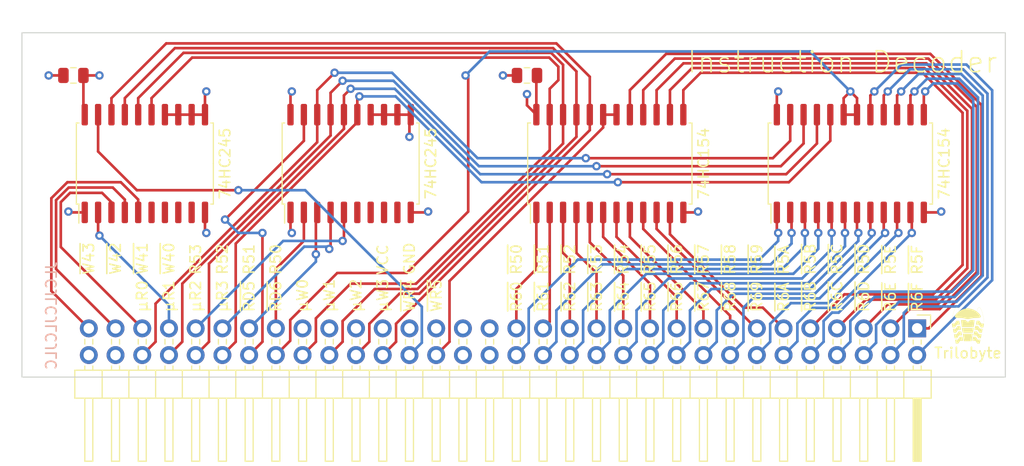
<source format=kicad_pcb>
(kicad_pcb (version 20211014) (generator pcbnew)
  (layers (0 "F.Cu" signal) (1 "In1.Cu" signal) (2 "In2.Cu" signal) (31 "B.Cu" signal) (34 "B.Paste" user) (35 "F.Paste" user) (36 "B.SilkS" user "B.Silkscreen") (37 "F.SilkS" user "F.Silkscreen") (38 "B.Mask" user) (39 "F.Mask" user) (44 "Edge.Cuts" user))
  (net 0 "")
  (net 1 "μRD0")
  (net 2 "μRD1")
  (net 3 "μRD2")
  (net 4 "μRD3")
  (net 5 "μWR0")
  (net 6 "μWR1")
  (net 7 "μWR2")
  (net 8 "μWR3")
  (net 9 "GND")
  (net 10 "VCC")
  (net 21 "~{WR5_00}")
  (net 22 "~{WR5_01}")
  (net 23 "~{WR5_02}")
  (net 24 "~{WR5_03}")
  (net 25 "~{WR5_04}")
  (net 26 "~{WR5_05}")
  (net 27 "~{RD5}")
  (net 28 "~{WR5_06}")
  (net 29 "~{RD6}")
  (net 30 "~{WR5_07}")
  (net 31 "~{WR5_08}")
  (net 32 "~{WR5_09}")
  (net 33 "~{WR5_10}")
  (net 34 "~{WR5_11}")
  (net 35 "~{WR4}")
  (net 36 "~{WR5_12}")
  (net 37 "~{WR5_13}")
  (net 38 "~{WR5_14}")
  (net 39 "~{WR5_15}")
  (net 40 "~{RD6_00}")
  (net 41 "~{RD6_01}")
  (net 42 "~{RD6_02}")
  (net 43 "~{RD6_03}")
  (net 44 "~{RD6_04}")
  (net 45 "~{RD6_05}")
  (net 47 "~{RD6_06}")
  (net 49 "~{RD6_07}")
  (net 50 "~{RD5_00}")
  (net 51 "~{RD6_08}")
  (net 52 "~{RD5_01}")
  (net 53 "~{RD6_09}")
  (net 54 "~{RD5_02}")
  (net 55 "~{RD6_10}")
  (net 56 "~{RD5_03}")
  (net 57 "~{RD6_11}")
  (net 58 "~{WR4_00}")
  (net 59 "~{RD6_12}")
  (net 60 "~{WR4_01}")
  (net 61 "~{RD6_13}")
  (net 62 "~{WR4_02}")
  (net 63 "~{RD6_14}")
  (net 64 "~{WR4_03}")
  (net 65 "~{RD6_15}")
  (net 72 "~{WR5}")
  (footprint "Package_SO:SOIC-24W_7.5x15.4mm_P1.27mm" (layer "F.Cu") (at 295.402 214.122 90)
    (fp_text reference "U2" hide)
    (fp_text value "74HC154")
  )
  (footprint "Package_SO:SOIC-20W_7.5x12.8mm_P1.27mm" (layer "F.Cu") (at 270.764 214.122 90)
    (fp_text reference "U11" hide)
    (fp_text value "74HC245")
  )
  (footprint "Connector_PinHeader_2.54mm:PinHeader_2x32_P2.54mm_Horizontal" (layer "F.Cu") (at 324.617 229.808 -90)
    (fp_text reference "J1" hide)
    (fp_text value "Conn_02x32_Odd_Even" hide)
  )
  (footprint "Package_SO:SOIC-20W_7.5x12.8mm_P1.27mm" (layer "F.Cu") (at 251.206 214.122 90)
    (fp_text reference "U12" hide)
    (fp_text value "74HC245")
  )
  (footprint "Package_SO:SOIC-24W_7.5x15.4mm_P1.27mm" (layer "F.Cu") (at 318.262 214.122 90)
    (fp_text reference "U7" hide)
    (fp_text value "74HC154")
  )
  (footprint "Capacitor_SMD:C_0805_2012Metric" (layer "F.Cu") (at 287.528 205.74 180)
    (fp_text reference "C2" hide)
    (fp_text value "C" hide)
  )
  (footprint "Stephenv6:trilobyte-logo-tiny" (layer "F.Cu") (at 329.428 223.650558)
    (fp_text reference "REF**" hide)
    (fp_text value "trilobyte-logo-tiny" hide)
  )
  (footprint "Capacitor_SMD:C_0805_2012Metric" (layer "F.Cu") (at 244.414 205.74 180)
    (fp_text reference "C1" hide)
    (fp_text value "C" hide)
  )
  (gr_rect (start 332.994 234.442) (end 239.522 201.676) (layer "Edge.Cuts") (width 0.1) (fill none))
  (gr_text "JLCJLCJLCJLC" (at 242.316 228.6 90) (layer "B.SilkS") (effects (font (size 1 1)) (justify mirror)))
  (gr_text "~{RD5}" (at 261.112 228.346 90) (layer "F.SilkS") (effects (font (size 1 1)) (justify left)))
  (gr_text "~{R6D}" (at 319.532 228.346 90) (layer "F.SilkS") (effects (font (size 1 1)) (justify left)))
  (gr_text "~{R5C}" (at 316.992 224.79 90) (layer "F.SilkS") (effects (font (size 1 1)) (justify left)))
  (gr_text "μW1" (at 268.732 228.346 90) (layer "F.SilkS") (effects (font (size 1 1)) (justify left)))
  (gr_text "~{R67}" (at 304.292 228.346 90) (layer "F.SilkS") (effects (font (size 1 1)) (justify left)))
  (gr_text "~{R64}" (at 296.672 228.346 90) (layer "F.SilkS") (effects (font (size 1 1)) (justify left)))
  (gr_text "~{R60}" (at 286.512 228.346 90) (layer "F.SilkS") (effects (font (size 1 1)) (justify left)))
  (gr_text "~{R6F}" (at 324.612 228.346 90) (layer "F.SilkS") (effects (font (size 1 1)) (justify left)))
  (gr_text "~{R50}" (at 286.512 224.79 90) (layer "F.SilkS") (effects (font (size 1 1)) (justify left)))
  (gr_text "μR0" (at 250.952 228.346 90) (layer "F.SilkS") (effects (font (size 1 1)) (justify left)))
  (gr_text "μR3" (at 258.572 228.346 90) (layer "F.SilkS") (effects (font (size 1 1)) (justify left)))
  (gr_text "μW3" (at 273.812 228.346 90) (layer "F.SilkS") (effects (font (size 1 1)) (justify left)))
  (gr_text "~{R63}" (at 294.132 228.346 90) (layer "F.SilkS") (effects (font (size 1 1)) (justify left)))
  (gr_text "~{R5D}" (at 319.532 224.79 90) (layer "F.SilkS") (effects (font (size 1 1)) (justify left)))
  (gr_text "~{R5F}" (at 324.612 224.79 90) (layer "F.SilkS") (effects (font (size 1 1)) (justify left)))
  (gr_text "~{R51}" (at 289.052 224.79 90) (layer "F.SilkS") (effects (font (size 1 1)) (justify left)))
  (gr_text "~{R68}" (at 306.832 228.346 90) (layer "F.SilkS") (effects (font (size 1 1)) (justify left)))
  (gr_text "~{WR4}" (at 276.352 228.346 90) (layer "F.SilkS") (effects (font (size 1 1)) (justify left)))
  (gr_text "~{R57}" (at 304.292 224.79 90) (layer "F.SilkS") (effects (font (size 1 1)) (justify left)))
  (gr_text "Trilobyte" (at 329.438 232.156) (layer "F.SilkS") (effects (font (size 1 1))))
  (gr_text "~{R62}" (at 291.592 228.346 90) (layer "F.SilkS") (effects (font (size 1 1)) (justify left)))
  (gr_text "~{R5B}" (at 314.452 224.79 90) (layer "F.SilkS") (effects (font (size 1 1)) (justify left)))
  (gr_text "~{R5A}" (at 311.912 224.79 90) (layer "F.SilkS") (effects (font (size 1 1)) (justify left)))
  (gr_text "R51" (at 261.112 224.79 90) (layer "F.SilkS") (effects (font (size 1 1)) (justify left)))
  (gr_text "VCC" (at 273.812 224.79 90) (layer "F.SilkS") (effects (font (size 1 1)) (justify left)))
  (gr_text "~{R6B}" (at 314.452 228.346 90) (layer "F.SilkS") (effects (font (size 1 1)) (justify left)))
  (gr_text "~{R59}" (at 309.372 224.79 90) (layer "F.SilkS") (effects (font (size 1 1)) (justify left)))
  (gr_text "~{R56}" (at 301.752 224.79 90) (layer "F.SilkS") (effects (font (size 1 1)) (justify left)))
  (gr_text "~{R6A}" (at 311.912 228.346 90) (layer "F.SilkS") (effects (font (size 1 1)) (justify left)))
  (gr_text "~{R55}" (at 299.212 224.79 90) (layer "F.SilkS") (effects (font (size 1 1)) (justify left)))
  (gr_text "~{R61}" (at 289.052 228.346 90) (layer "F.SilkS") (effects (font (size 1 1)) (justify left)))
  (gr_text "R52" (at 258.572 224.79 90) (layer "F.SilkS") (effects (font (size 1 1)) (justify left)))
  (gr_text "μW0" (at 266.192 228.346 90) (layer "F.SilkS") (effects (font (size 1 1)) (justify left)))
  (gr_text "~{W43}" (at 245.872 224.79 90) (layer "F.SilkS") (effects (font (size 1 1)) (justify left)))
  (gr_text "~{R58}" (at 306.832 224.79 90) (layer "F.SilkS") (effects (font (size 1 1)) (justify left)))
  (gr_text "~{R5E}" (at 322.072 224.79 90) (layer "F.SilkS") (effects (font (size 1 1)) (justify left)))
  (gr_text "~{WR5}" (at 278.892 228.346 90) (layer "F.SilkS") (effects (font (size 1 1)) (justify left)))
  (gr_text "R53" (at 256.032 224.79 90) (layer "F.SilkS") (effects (font (size 1 1)) (justify left)))
  (gr_text "μW2" (at 271.272 228.346 90) (layer "F.SilkS") (effects (font (size 1 1)) (justify left)))
  (gr_text "~{R6E}" (at 322.072 228.346 90) (layer "F.SilkS") (effects (font (size 1 1)) (justify left)))
  (gr_text "~{W41}" (at 250.952 224.79 90) (layer "F.SilkS") (effects (font (size 1 1)) (justify left)))
  (gr_text "~{R65}" (at 299.212 228.346 90) (layer "F.SilkS") (effects (font (size 1 1)) (justify left)))
  (gr_text "~{R52}" (at 291.592 224.79 90) (layer "F.SilkS") (effects (font (size 1 1)) (justify left)))
  (gr_text "~{W40}" (at 253.492 224.79 90) (layer "F.SilkS") (effects (font (size 1 1)) (justify left)))
  (gr_text "GND" (at 276.352 224.79 90) (layer "F.SilkS") (effects (font (size 1 1)) (justify left)))
  (gr_text "~{R6C}" (at 316.992 228.346 90) (layer "F.SilkS") (effects (font (size 1 1)) (justify left)))
  (gr_text "~{R54}" (at 296.672 224.79 90) (layer "F.SilkS") (effects (font (size 1 1)) (justify left)))
  (gr_text "~{R53}" (at 294.132 224.79 90) (layer "F.SilkS") (effects (font (size 1 1)) (justify left)))
  (gr_text "μR1" (at 253.492 228.346 90) (layer "F.SilkS") (effects (font (size 1 1)) (justify left)))
  (gr_text "~{W42}" (at 248.412 224.79 90) (layer "F.SilkS") (effects (font (size 1 1)) (justify left)))
  (gr_text "Instruction Decoder" (at 317.5 204.47) (layer "F.SilkS") (effects (font (size 2 2))))
  (gr_text "μR2" (at 256.032 228.346 90) (layer "F.SilkS") (effects (font (size 1 1)) (justify left)))
  (gr_text "~{RD6}" (at 263.652 228.346 90) (layer "F.SilkS") (effects (font (size 1 1)) (justify left)))
  (gr_text "R50" (at 263.652 224.79 90) (layer "F.SilkS") (effects (font (size 1 1)) (justify left)))
  (gr_text "~{R69}" (at 309.372 228.346 90) (layer "F.SilkS") (effects (font (size 1 1)) (justify left)))
  (gr_text "~{R66}" (at 301.752 228.346 90) (layer "F.SilkS") (effects (font (size 1 1)) (justify left)))
  (segment (start 293.116 213.614) (end 310.896 213.614) (width 0.25) (layer "F.Cu") (net 1))
  (segment (start 267.589 209.472) (end 267.589 207.137) (width 0.25) (layer "F.Cu") (net 1))
  (segment (start 310.896 213.614) (end 312.547 211.963) (width 0.25) (layer "F.Cu") (net 1))
  (segment (start 252.222 231.083) (end 250.957 232.348) (width 0.25) (layer "F.Cu") (net 1))
  (segment (start 312.547 211.963) (end 312.547 209.472) (width 0.25) (layer "F.Cu") (net 1))
  (segment (start 267.589 212.090704) (end 252.222 227.457704) (width 0.25) (layer "F.Cu") (net 1))
  (segment (start 267.589 207.137) (end 269.24 205.486) (width 0.25) (layer "F.Cu") (net 1))
  (segment (start 252.222 227.457704) (end 252.222 231.083) (width 0.25) (layer "F.Cu") (net 1))
  (segment (start 267.589 209.472) (end 267.589 212.090704) (width 0.25) (layer "F.Cu") (net 1))
  (via (at 293.116 213.614) (size 0.8) (drill 0.4) (layers "F.Cu" "B.Cu") (net 1))
  (via (at 269.24 205.486) (size 0.8) (drill 0.4) (layers "F.Cu" "B.Cu") (net 1))
  (segment (start 282.831112 213.614) (end 274.703112 205.486) (width 0.25) (layer "B.Cu") (net 1))
  (segment (start 274.703112 205.486) (end 269.24 205.486) (width 0.25) (layer "B.Cu") (net 1))
  (segment (start 293.116 213.614) (end 282.831112 213.614) (width 0.25) (layer "B.Cu") (net 1))
  (segment (start 268.859 211.456408) (end 268.859 209.472) (width 0.25) (layer "F.Cu") (net 2))
  (segment (start 268.859 207.391) (end 270.002 206.248) (width 0.25) (layer "F.Cu") (net 2))
  (segment (start 311.658 214.376) (end 294.132 214.376) (width 0.25) (layer "F.Cu") (net 2))
  (segment (start 268.859 209.472) (end 268.859 207.391) (width 0.25) (layer "F.Cu") (net 2))
  (segment (start 254.762 231.083) (end 254.762 225.553408) (width 0.25) (layer "F.Cu") (net 2))
  (segment (start 254.762 225.553408) (end 268.859 211.456408) (width 0.25) (layer "F.Cu") (net 2))
  (segment (start 253.497 232.348) (end 254.762 231.083) (width 0.25) (layer "F.Cu") (net 2))
  (segment (start 313.817 209.472) (end 313.817 212.217) (width 0.25) (layer "F.Cu") (net 2))
  (segment (start 313.817 212.217) (end 311.658 214.376) (width 0.25) (layer "F.Cu") (net 2))
  (via (at 270.002 206.248) (size 0.8) (drill 0.4) (layers "F.Cu" "B.Cu") (net 2))
  (via (at 294.132 214.376) (size 0.8) (drill 0.4) (layers "F.Cu" "B.Cu") (net 2))
  (segment (start 274.829408 206.248) (end 282.957408 214.376) (width 0.25) (layer "B.Cu") (net 2))
  (segment (start 270.002 206.248) (end 274.829408 206.248) (width 0.25) (layer "B.Cu") (net 2))
  (segment (start 282.957408 214.376) (end 294.132 214.376) (width 0.25) (layer "B.Cu") (net 2))
  (segment (start 312.166 215.138) (end 295.148 215.138) (width 0.25) (layer "F.Cu") (net 3))
  (segment (start 315.087 212.217) (end 312.166 215.138) (width 0.25) (layer "F.Cu") (net 3))
  (segment (start 257.302 223.649112) (end 257.302 231.083) (width 0.25) (layer "F.Cu") (net 3))
  (segment (start 257.302 231.083) (end 256.037 232.348) (width 0.25) (layer "F.Cu") (net 3))
  (segment (start 315.087 209.472) (end 315.087 212.217) (width 0.25) (layer "F.Cu") (net 3))
  (segment (start 270.129 209.472) (end 270.129 210.822112) (width 0.25) (layer "F.Cu") (net 3))
  (segment (start 270.129 210.822112) (end 257.302 223.649112) (width 0.25) (layer "F.Cu") (net 3))
  (segment (start 270.129 209.472) (end 270.129 207.645) (width 0.25) (layer "F.Cu") (net 3))
  (segment (start 270.129 207.645) (end 270.764 207.01) (width 0.25) (layer "F.Cu") (net 3))
  (via (at 295.148 215.138) (size 0.8) (drill 0.4) (layers "F.Cu" "B.Cu") (net 3))
  (via (at 270.764 207.01) (size 0.8) (drill 0.4) (layers "F.Cu" "B.Cu") (net 3))
  (segment (start 274.955704 207.01) (end 283.083704 215.138) (width 0.25) (layer "B.Cu") (net 3))
  (segment (start 283.083704 215.138) (end 295.148 215.138) (width 0.25) (layer "B.Cu") (net 3))
  (segment (start 270.764 207.01) (end 274.955704 207.01) (width 0.25) (layer "B.Cu") (net 3))
  (segment (start 316.357 211.963) (end 312.42 215.9) (width 0.25) (layer "F.Cu") (net 4))
  (segment (start 316.357 209.472) (end 316.357 211.963) (width 0.25) (layer "F.Cu") (net 4))
  (segment (start 271.399 209.472) (end 271.399 207.931136) (width 0.25) (layer "F.Cu") (net 4))
  (segment (start 271.399 210.187816) (end 271.399 209.472) (width 0.25) (layer "F.Cu") (net 4))
  (segment (start 312.42 215.9) (end 296.164 215.9) (width 0.25) (layer "F.Cu") (net 4))
  (segment (start 259.842 231.083) (end 259.842 221.744816) (width 0.25) (layer "F.Cu") (net 4))
  (segment (start 258.577 232.348) (end 259.842 231.083) (width 0.25) (layer "F.Cu") (net 4))
  (segment (start 259.842 221.744816) (end 271.399 210.187816) (width 0.25) (layer "F.Cu") (net 4))
  (segment (start 271.399 207.931136) (end 271.595636 207.7345) (width 0.25) (layer "F.Cu") (net 4))
  (via (at 296.164 215.9) (size 0.8) (drill 0.4) (layers "F.Cu" "B.Cu") (net 4))
  (via (at 271.595636 207.7345) (size 0.8) (drill 0.4) (layers "F.Cu" "B.Cu") (net 4))
  (segment (start 271.595636 207.7345) (end 275.0445 207.7345) (width 0.25) (layer "B.Cu") (net 4))
  (segment (start 275.0445 207.7345) (end 283.21 215.9) (width 0.25) (layer "B.Cu") (net 4))
  (segment (start 283.21 215.9) (end 296.164 215.9) (width 0.25) (layer "B.Cu") (net 4))
  (segment (start 270.764 225.552) (end 267.462 228.854) (width 0.25) (layer "F.Cu") (net 5))
  (segment (start 276.986296 225.552) (end 270.764 225.552) (width 0.25) (layer "F.Cu") (net 5))
  (segment (start 251.841 207.899) (end 255.699467 204.040533) (width 0.25) (layer "F.Cu") (net 5))
  (segment (start 289.637125 204.040533) (end 290.507489 204.910897) (width 0.25) (layer "F.Cu") (net 5))
  (segment (start 289.687 212.851296) (end 276.986296 225.552) (width 0.25) (layer "F.Cu") (net 5))
  (segment (start 290.507489 206.188807) (end 289.687 207.009296) (width 0.25) (layer "F.Cu") (net 5))
  (segment (start 267.462 231.083) (end 266.197 232.348) (width 0.25) (layer "F.Cu") (net 5))
  (segment (start 267.462 228.854) (end 267.462 231.083) (width 0.25) (layer "F.Cu") (net 5))
  (segment (start 289.687 207.009296) (end 289.687 209.472) (width 0.25) (layer "F.Cu") (net 5))
  (segment (start 290.507489 204.910897) (end 290.507489 206.188807) (width 0.25) (layer "F.Cu") (net 5))
  (segment (start 255.699467 204.040533) (end 289.637125 204.040533) (width 0.25) (layer "F.Cu") (net 5))
  (segment (start 251.841 209.472) (end 251.841 207.899) (width 0.25) (layer "F.Cu") (net 5))
  (segment (start 289.687 209.472) (end 289.687 212.851296) (width 0.25) (layer "F.Cu") (net 5))
  (segment (start 270.002 231.083) (end 268.737 232.348) (width 0.25) (layer "F.Cu") (net 6))
  (segment (start 290.957 209.472) (end 290.957 204.724704) (width 0.25) (layer "F.Cu") (net 6))
  (segment (start 289.823317 203.591021) (end 254.878979 203.591021) (width 0.25) (layer "F.Cu") (net 6))
  (segment (start 254.878979 203.591021) (end 250.571 207.899) (width 0.25) (layer "F.Cu") (net 6))
  (segment (start 290.957 204.724704) (end 289.823317 203.591021) (width 0.25) (layer "F.Cu") (net 6))
  (segment (start 277.114 226.06) (end 273.05 226.06) (width 0.25) (layer "F.Cu") (net 6))
  (segment (start 273.05 226.06) (end 270.002 229.108) (width 0.25) (layer "F.Cu") (net 6))
  (segment (start 250.571 207.899) (end 250.571 209.472) (width 0.25) (layer "F.Cu") (net 6))
  (segment (start 290.957 209.472) (end 290.957 212.217) (width 0.25) (layer "F.Cu") (net 6))
  (segment (start 290.957 212.217) (end 277.114 226.06) (width 0.25) (layer "F.Cu") (net 6))
  (segment (start 270.002 229.108) (end 270.002 231.083) (width 0.25) (layer "F.Cu") (net 6))
  (segment (start 290.009511 203.141511) (end 292.227 205.359) (width 0.25) (layer "F.Cu") (net 7))
  (segment (start 272.542 229.371318) (end 275.403807 226.509511) (width 0.25) (layer "F.Cu") (net 7))
  (segment (start 271.277 232.348) (end 272.542 231.083) (width 0.25) (layer "F.Cu") (net 7))
  (segment (start 249.301 207.899) (end 254.058489 203.141511) (width 0.25) (layer "F.Cu") (net 7))
  (segment (start 254.058489 203.141511) (end 290.009511 203.141511) (width 0.25) (layer "F.Cu") (net 7))
  (segment (start 292.227 205.359) (end 292.227 209.472) (width 0.25) (layer "F.Cu") (net 7))
  (segment (start 292.227 211.582704) (end 292.227 209.472) (width 0.25) (layer "F.Cu") (net 7))
  (segment (start 275.403807 226.509511) (end 277.300194 226.50951) (width 0.25) (layer "F.Cu") (net 7))
  (segment (start 277.300194 226.50951) (end 292.227 211.582704) (width 0.25) (layer "F.Cu") (net 7))
  (segment (start 272.542 231.083) (end 272.542 229.371318) (width 0.25) (layer "F.Cu") (net 7))
  (segment (start 249.301 209.472) (end 249.301 207.899) (width 0.25) (layer "F.Cu") (net 7))
  (segment (start 248.031 207.899) (end 248.031 209.472) (width 0.25) (layer "F.Cu") (net 8))
  (segment (start 293.497 209.472) (end 293.497 205.867) (width 0.25) (layer "F.Cu") (net 8))
  (segment (start 253.238 202.692) (end 248.031 207.899) (width 0.25) (layer "F.Cu") (net 8))
  (segment (start 293.497 205.867) (end 290.322 202.692) (width 0.25) (layer "F.Cu") (net 8))
  (segment (start 275.082 231.083) (end 273.817 232.348) (width 0.25) (layer "F.Cu") (net 8))
  (segment (start 275.082 229.363408) (end 275.082 231.083) (width 0.25) (layer "F.Cu") (net 8))
  (segment (start 293.497 209.472) (end 293.497 210.948408) (width 0.25) (layer "F.Cu") (net 8))
  (segment (start 293.497 210.948408) (end 275.082 229.363408) (width 0.25) (layer "F.Cu") (net 8))
  (segment (start 290.322 202.692) (end 253.238 202.692) (width 0.25) (layer "F.Cu") (net 8))
  (segment (start 256.921 207.391) (end 257.048 207.264) (width 0.25) (layer "F.Cu") (net 9))
  (segment (start 286.578 205.74) (end 285.242 205.74) (width 0.25) (layer "F.Cu") (net 9))
  (segment (start 265.049 218.772) (end 265.049 220.599) (width 0.25) (layer "F.Cu") (net 9))
  (segment (start 256.921 209.472) (end 253.111 209.472) (width 0.25) (layer "F.Cu") (net 9))
  (segment (start 278.052 218.772) (end 278.13 218.694) (width 0.25) (layer "F.Cu") (net 9))
  (segment (start 303.706 218.772) (end 303.784 218.694) (width 0.25) (layer "F.Cu") (net 9))
  (segment (start 276.479 218.772) (end 278.052 218.772) (width 0.25) (layer "F.Cu") (net 9))
  (segment (start 276.479 209.472) (end 272.669 209.472) (width 0.25) (layer "F.Cu") (net 9))
  (segment (start 302.387 218.772) (end 303.706 218.772) (width 0.25) (layer "F.Cu") (net 9))
  (segment (start 256.921 209.472) (end 256.921 207.391) (width 0.25) (layer "F.Cu") (net 9))
  (segment (start 245.491 218.772) (end 244.017522 218.772) (width 0.25) (layer "F.Cu") (net 9))
  (segment (start 256.921 220.599) (end 257.048 220.726) (width 0.25) (layer "F.Cu") (net 9))
  (segment (start 256.921 218.772) (end 256.921 220.599) (width 0.25) (layer "F.Cu") (net 9))
  (segment (start 326.82 218.772) (end 326.898 218.694) (width 0.25) (layer "F.Cu") (net 9))
  (segment (start 243.464 205.74) (end 242.062 205.74) (width 0.25) (layer "F.Cu") (net 9))
  (segment (start 265.049 220.599) (end 265.176 220.726) (width 0.25) (layer "F.Cu") (net 9))
  (segment (start 276.352 209.599) (end 276.352 211.582) (width 0.25) (layer "F.Cu") (net 9))
  (segment (start 325.247 218.772) (end 326.82 218.772) (width 0.25) (layer "F.Cu") (net 9))
  (segment (start 244.017522 218.772) (end 243.939522 218.694) (width 0.25) (layer "F.Cu") (net 9))
  (segment (start 276.479 209.472) (end 276.352 209.599) (width 0.25) (layer "F.Cu") (net 9))
  (via (at 265.176 220.726) (size 0.8) (drill 0.4) (layers "F.Cu" "B.Cu") (net 9))
  (via (at 303.784 218.694) (size 0.8) (drill 0.4) (layers "F.Cu" "B.Cu") (net 9))
  (via (at 257.048 207.264) (size 0.8) (drill 0.4) (layers "F.Cu" "B.Cu") (net 9))
  (via (at 242.062 205.74) (size 0.8) (drill 0.4) (layers "F.Cu" "B.Cu") (net 9))
  (via (at 257.048 220.726) (size 0.8) (drill 0.4) (layers "F.Cu" "B.Cu") (net 9))
  (via (at 243.939522 218.694) (size 0.8) (drill 0.4) (layers "F.Cu" "B.Cu") (net 9))
  (via (at 276.352 211.582) (size 0.8) (drill 0.4) (layers "F.Cu" "B.Cu") (net 9))
  (via (at 278.13 218.694) (size 0.8) (drill 0.4) (layers "F.Cu" "B.Cu") (net 9))
  (via (at 326.898 218.694) (size 0.8) (drill 0.4) (layers "F.Cu" "B.Cu") (net 9))
  (via (at 285.242 205.74) (size 0.8) (drill 0.4) (layers "F.Cu" "B.Cu") (net 9))
  (segment (start 265.049 207.391) (end 265.176 207.264) (width 0.25) (layer "F.Cu") (net 10))
  (segment (start 287.528 208.583) (end 288.417 209.472) (width 0.25) (layer "F.Cu") (net 10))
  (segment (start 311.277 207.391) (end 311.404 207.264) (width 0.25) (layer "F.Cu") (net 10))
  (segment (start 245.364 209.345) (end 245.491 209.472) (width 0.25) (layer "F.Cu") (net 10))
  (segment (start 288.417 209.472) (end 288.417 205.801) (width 0.25) (layer "F.Cu") (net 10))
  (segment (start 265.049 209.472) (end 265.049 207.391) (width 0.25) (layer "F.Cu") (net 10))
  (segment (start 245.364 205.74) (end 245.364 209.345) (width 0.25) (layer "F.Cu") (net 10))
  (segment (start 287.528 207.518) (end 287.528 208.583) (width 0.25) (layer "F.Cu") (net 10))
  (segment (start 311.277 209.472) (end 311.277 207.391) (width 0.25) (layer "F.Cu") (net 10))
  (segment (start 245.364 205.74) (end 246.888 205.74) (width 0.25) (layer "F.Cu") (net 10))
  (via (at 246.888 205.74) (size 0.8) (drill 0.4) (layers "F.Cu" "B.Cu") (net 10))
  (via (at 311.404 207.264) (size 0.8) (drill 0.4) (layers "F.Cu" "B.Cu") (net 10))
  (via (at 287.528 207.518) (size 0.8) (drill 0.4) (layers "F.Cu" "B.Cu") (net 10))
  (via (at 265.176 207.264) (size 0.8) (drill 0.4) (layers "F.Cu" "B.Cu") (net 10))
  (segment (start 288.417 224.155) (end 286.517 226.055) (width 0.25) (layer "F.Cu") (net 21))
  (segment (start 286.517 226.055) (end 286.517 229.808) (width 0.25) (layer "F.Cu") (net 21))
  (segment (start 288.417 218.772) (end 288.417 224.155) (width 0.25) (layer "F.Cu") (net 21))
  (segment (start 289.687 218.772) (end 289.687 229.178) (width 0.25) (layer "F.Cu") (net 22))
  (segment (start 289.687 229.178) (end 289.057 229.808) (width 0.25) (layer "F.Cu") (net 22))
  (segment (start 290.957 222.631) (end 291.597 223.271) (width 0.25) (layer "F.Cu") (net 23))
  (segment (start 290.957 218.772) (end 290.957 222.631) (width 0.25) (layer "F.Cu") (net 23))
  (segment (start 291.597 223.271) (end 291.597 229.808) (width 0.25) (layer "F.Cu") (net 23))
  (segment (start 294.137 224.541) (end 294.137 229.808) (width 0.25) (layer "F.Cu") (net 24))
  (segment (start 292.227 222.631) (end 294.137 224.541) (width 0.25) (layer "F.Cu") (net 24))
  (segment (start 292.227 218.772) (end 292.227 222.631) (width 0.25) (layer "F.Cu") (net 24))
  (segment (start 293.497 218.772) (end 293.497 221.615) (width 0.25) (layer "F.Cu") (net 25))
  (segment (start 296.677 224.795) (end 296.677 229.808) (width 0.25) (layer "F.Cu") (net 25))
  (segment (start 293.497 221.615) (end 296.677 224.795) (width 0.25) (layer "F.Cu") (net 25))
  (segment (start 299.217 225.557) (end 299.217 229.808) (width 0.25) (layer "F.Cu") (net 26))
  (segment (start 294.767 221.107) (end 299.217 225.557) (width 0.25) (layer "F.Cu") (net 26))
  (segment (start 294.767 218.772) (end 294.767 221.107) (width 0.25) (layer "F.Cu") (net 26))
  (segment (start 262.382 231.083) (end 262.382 220.726) (width 0.25) (layer "F.Cu") (net 27))
  (segment (start 266.319 211.963) (end 258.826 219.456) (width 0.25) (layer "F.Cu") (net 27))
  (segment (start 266.319 209.472) (end 266.319 211.963) (width 0.25) (layer "F.Cu") (net 27))
  (segment (start 261.117 232.348) (end 262.382 231.083) (width 0.25) (layer "F.Cu") (net 27))
  (via (at 258.826 219.456) (size 0.8) (drill 0.4) (layers "F.Cu" "B.Cu") (net 27))
  (via (at 262.382 220.726) (size 0.8) (drill 0.4) (layers "F.Cu" "B.Cu") (net 27))
  (segment (start 258.826 219.456) (end 260.096 220.726) (width 0.25) (layer "B.Cu") (net 27))
  (segment (start 260.096 220.726) (end 262.382 220.726) (width 0.25) (layer "B.Cu") (net 27))
  (segment (start 296.037 218.772) (end 296.037 221.107) (width 0.25) (layer "F.Cu") (net 28))
  (segment (start 296.037 221.107) (end 301.757 226.827) (width 0.25) (layer "F.Cu") (net 28))
  (segment (start 301.757 226.827) (end 301.757 229.808) (width 0.25) (layer "F.Cu") (net 28))
  (segment (start 266.954 227.076) (end 269.494 224.536) (width 0.25) (layer "F.Cu") (net 29))
  (segment (start 317.627 207.899) (end 317.627 209.472) (width 0.25) (layer "F.Cu") (net 29))
  (segment (start 265.022489 230.982511) (end 265.022489 229.007511) (width 0.25) (layer "F.Cu") (net 29))
  (segment (start 269.494 224.536) (end 274.828 224.536) (width 0.25) (layer "F.Cu") (net 29))
  (segment (start 318.897 207.899) (end 318.262 207.264) (width 0.25) (layer "F.Cu") (net 29))
  (segment (start 281.94 205.994) (end 281.686 205.74) (width 0.25) (layer "F.Cu") (net 29))
  (segment (start 274.828 224.536) (end 276.098 224.536) (width 0.25) (layer "F.Cu") (net 29))
  (segment (start 281.94 218.694) (end 281.94 205.994) (width 0.25) (layer "F.Cu") (net 29))
  (segment (start 263.657 232.348) (end 265.022489 230.982511) (width 0.25) (layer "F.Cu") (net 29))
  (segment (start 318.897 209.472) (end 318.897 207.899) (width 0.25) (layer "F.Cu") (net 29))
  (segment (start 276.098 224.536) (end 281.94 218.694) (width 0.25) (layer "F.Cu") (net 29))
  (segment (start 265.022489 229.007511) (end 266.954 227.076) (width 0.25) (layer "F.Cu") (net 29))
  (segment (start 318.262 207.264) (end 317.627 207.899) (width 0.25) (layer "F.Cu") (net 29))
  (segment (start 318.897 209.472) (end 317.627 209.472) (width 0.25) (layer "F.Cu") (net 29))
  (via (at 318.262 207.264) (size 0.8) (drill 0.4) (layers "F.Cu" "B.Cu") (net 29))
  (via (at 281.686 205.74) (size 0.8) (drill 0.4) (layers "F.Cu" "B.Cu") (net 29))
  (segment (start 281.686 205.74) (end 283.972 203.454) (width 0.25) (layer "B.Cu") (net 29))
  (segment (start 314.452 203.454) (end 318.262 207.264) (width 0.25) (layer "B.Cu") (net 29))
  (segment (start 283.972 203.454) (end 287.528 203.454) (width 0.25) (layer "B.Cu") (net 29))
  (segment (start 287.528 203.454) (end 314.452 203.454) (width 0.25) (layer "B.Cu") (net 29))
  (segment (start 297.307 221.107) (end 304.297 228.097) (width 0.25) (layer "F.Cu") (net 30))
  (segment (start 304.297 228.097) (end 304.297 229.808) (width 0.25) (layer "F.Cu") (net 30))
  (segment (start 297.307 218.772) (end 297.307 221.107) (width 0.25) (layer "F.Cu") (net 30))
  (segment (start 306.837 228.605) (end 306.837 229.808) (width 0.25) (layer "F.Cu") (net 31))
  (segment (start 298.577 220.345) (end 306.837 228.605) (width 0.25) (layer "F.Cu") (net 31))
  (segment (start 298.577 218.772) (end 298.577 220.345) (width 0.25) (layer "F.Cu") (net 31))
  (segment (start 299.847 220.345) (end 309.31 229.808) (width 0.25) (layer "F.Cu") (net 32))
  (segment (start 309.31 229.808) (end 309.377 229.808) (width 0.25) (layer "F.Cu") (net 32))
  (segment (start 299.847 218.772) (end 299.847 220.345) (width 0.25) (layer "F.Cu") (net 32))
  (segment (start 309.947 227.838) (end 311.917 229.808) (width 0.25) (layer "F.Cu") (net 33))
  (segment (start 308.102 227.838) (end 309.947 227.838) (width 0.25) (layer "F.Cu") (net 33))
  (segment (start 301.117 218.772) (end 301.117 220.853) (width 0.25) (layer "F.Cu") (net 33))
  (segment (start 301.117 220.853) (end 308.102 227.838) (width 0.25) (layer "F.Cu") (net 33))
  (segment (start 317.697 226.568) (end 326.136 226.568) (width 0.25) (layer "F.Cu") (net 34))
  (segment (start 325.12 205.486) (end 304.038 205.486) (width 0.25) (layer "F.Cu") (net 34))
  (segment (start 328.93 209.296) (end 325.12 205.486) (width 0.25) (layer "F.Cu") (net 34))
  (segment (start 314.457 229.808) (end 317.697 226.568) (width 0.25) (layer "F.Cu") (net 34))
  (segment (start 304.038 205.486) (end 302.387 207.137) (width 0.25) (layer "F.Cu") (net 34))
  (segment (start 326.136 226.568) (end 328.93 223.774) (width 0.25) (layer "F.Cu") (net 34))
  (segment (start 302.387 207.137) (end 302.387 209.472) (width 0.25) (layer "F.Cu") (net 34))
  (segment (start 328.93 223.774) (end 328.93 209.296) (width 0.25) (layer "F.Cu") (net 34))
  (segment (start 246.761 209.472) (end 246.761 212.979) (width 0.25) (layer "F.Cu") (net 35))
  (segment (start 250.444 216.662) (end 260.096 216.662) (width 0.25) (layer "F.Cu") (net 35))
  (segment (start 246.761 212.979) (end 250.444 216.662) (width 0.25) (layer "F.Cu") (net 35))
  (via (at 260.096 216.662) (size 0.8) (drill 0.4) (layers "F.Cu" "B.Cu") (net 35))
  (segment (start 277.531511 231.173489) (end 277.531511 227.747511) (width 0.25) (layer "B.Cu") (net 35))
  (segment (start 276.357 232.348) (end 277.531511 231.173489) (width 0.25) (layer "B.Cu") (net 35))
  (segment (start 277.531511 227.747511) (end 266.446 216.662) (width 0.25) (layer "B.Cu") (net 35))
  (segment (start 266.446 216.662) (end 260.096 216.662) (width 0.25) (layer "B.Cu") (net 35))
  (segment (start 301.117 207.137) (end 303.21751 205.03649) (width 0.25) (layer "F.Cu") (net 36))
  (segment (start 319.729 227.076) (end 316.997 229.808) (width 0.25) (layer "F.Cu") (net 36))
  (segment (start 326.39 227.076) (end 319.729 227.076) (width 0.25) (layer "F.Cu") (net 36))
  (segment (start 303.21751 205.03649) (end 325.306194 205.03649) (width 0.25) (layer "F.Cu") (net 36))
  (segment (start 301.117 209.472) (end 301.117 207.137) (width 0.25) (layer "F.Cu") (net 36))
  (segment (start 325.306194 205.03649) (end 329.37951 209.109806) (width 0.25) (layer "F.Cu") (net 36))
  (segment (start 329.37951 209.109806) (end 329.37951 224.08649) (width 0.25) (layer "F.Cu") (net 36))
  (segment (start 329.37951 224.08649) (end 326.39 227.076) (width 0.25) (layer "F.Cu") (net 36))
  (segment (start 326.576194 227.52551) (end 329.829023 224.272681) (width 0.25) (layer "F.Cu") (net 37))
  (segment (start 329.829023 224.272681) (end 329.829023 208.923617) (width 0.25) (layer "F.Cu") (net 37))
  (segment (start 329.829023 208.923617) (end 325.492387 204.586979) (width 0.25) (layer "F.Cu") (net 37))
  (segment (start 299.847 207.137) (end 299.847 209.472) (width 0.25) (layer "F.Cu") (net 37))
  (segment (start 325.492387 204.586979) (end 302.397021 204.586979) (width 0.25) (layer "F.Cu") (net 37))
  (segment (start 302.397021 204.586979) (end 299.847 207.137) (width 0.25) (layer "F.Cu") (net 37))
  (segment (start 321.81949 227.52551) (end 326.576194 227.52551) (width 0.25) (layer "F.Cu") (net 37))
  (segment (start 319.537 229.808) (end 321.81949 227.52551) (width 0.25) (layer "F.Cu") (net 37))
  (segment (start 330.278533 224.458875) (end 326.762387 227.975021) (width 0.25) (layer "F.Cu") (net 38))
  (segment (start 298.577 209.472) (end 298.577 207.137) (width 0.25) (layer "F.Cu") (net 38))
  (segment (start 325.678581 204.137469) (end 330.278534 208.737424) (width 0.25) (layer "F.Cu") (net 38))
  (segment (start 301.576531 204.137469) (end 325.678581 204.137469) (width 0.25) (layer "F.Cu") (net 38))
  (segment (start 326.762387 227.975021) (end 323.909978 227.975022) (width 0.25) (layer "F.Cu") (net 38))
  (segment (start 323.909978 227.975022) (end 322.077 229.808) (width 0.25) (layer "F.Cu") (net 38))
  (segment (start 298.577 207.137) (end 301.576531 204.137469) (width 0.25) (layer "F.Cu") (net 38))
  (segment (start 330.278534 208.737424) (end 330.278533 224.458875) (width 0.25) (layer "F.Cu") (net 38))
  (segment (start 325.717 229.808) (end 330.728044 224.796956) (width 0.25) (layer "F.Cu") (net 39))
  (segment (start 300.756042 203.687958) (end 297.307 207.137) (width 0.25) (layer "F.Cu") (net 39))
  (segment (start 325.864774 203.687958) (end 300.756042 203.687958) (width 0.25) (layer "F.Cu") (net 39))
  (segment (start 330.728044 224.796956) (end 330.728044 208.55123) (width 0.25) (layer "F.Cu") (net 39))
  (segment (start 297.307 207.137) (end 297.307 209.472) (width 0.25) (layer "F.Cu") (net 39))
  (segment (start 324.617 229.808) (end 325.717 229.808) (width 0.25) (layer "F.Cu") (net 39))
  (segment (start 330.728044 208.55123) (end 325.864774 203.687958) (width 0.25) (layer "F.Cu") (net 39))
  (segment (start 311.277 218.772) (end 311.277 220.599) (width 0.25) (layer "F.Cu") (net 40))
  (segment (start 311.277 220.599) (end 311.404 220.726) (width 0.25) (layer "F.Cu") (net 40))
  (via (at 311.404 220.726) (size 0.8) (drill 0.4) (layers "F.Cu" "B.Cu") (net 40))
  (segment (start 292.354 223.266) (end 309.626 223.266) (width 0.25) (layer "B.Cu") (net 40))
  (segment (start 287.691511 227.928489) (end 292.354 223.266) (width 0.25) (layer "B.Cu") (net 40))
  (segment (start 287.691511 231.173489) (end 287.691511 227.928489) (width 0.25) (layer "B.Cu") (net 40))
  (segment (start 311.404 221.488) (end 311.404 220.726) (width 0.25) (layer "B.Cu") (net 40))
  (segment (start 286.517 232.348) (end 287.691511 231.173489) (width 0.25) (layer "B.Cu") (net 40))
  (segment (start 309.626 223.266) (end 311.404 221.488) (width 0.25) (layer "B.Cu") (net 40))
  (segment (start 312.674 218.899) (end 312.674 220.726) (width 0.25) (layer "F.Cu") (net 41))
  (segment (start 312.547 218.772) (end 312.674 218.899) (width 0.25) (layer "F.Cu") (net 41))
  (via (at 312.674 220.726) (size 0.8) (drill 0.4) (layers "F.Cu" "B.Cu") (net 41))
  (segment (start 290.322 231.083) (end 290.322 228.092) (width 0.25) (layer "B.Cu") (net 41))
  (segment (start 289.057 232.348) (end 290.322 231.083) (width 0.25) (layer "B.Cu") (net 41))
  (segment (start 310.700489 223.715511) (end 312.674 221.742) (width 0.25) (layer "B.Cu") (net 41))
  (segment (start 294.698489 223.715511) (end 310.700489 223.715511) (width 0.25) (layer "B.Cu") (net 41))
  (segment (start 312.674 221.742) (end 312.674 220.726) (width 0.25) (layer "B.Cu") (net 41))
  (segment (start 290.322 228.092) (end 294.698489 223.715511) (width 0.25) (layer "B.Cu") (net 41))
  (segment (start 313.944 218.899) (end 313.944 220.726) (width 0.25) (layer "F.Cu") (net 42))
  (segment (start 313.817 218.772) (end 313.944 218.899) (width 0.25) (layer "F.Cu") (net 42))
  (via (at 313.944 220.726) (size 0.8) (drill 0.4) (layers "F.Cu" "B.Cu") (net 42))
  (segment (start 292.862 231.083) (end 292.862 228.092) (width 0.25) (layer "B.Cu") (net 42))
  (segment (start 291.597 232.348) (end 292.862 231.083) (width 0.25) (layer "B.Cu") (net 42))
  (segment (start 311.774978 224.165022) (end 313.944 221.996) (width 0.25) (layer "B.Cu") (net 42))
  (segment (start 313.944 221.996) (end 313.944 220.726) (width 0.25) (layer "B.Cu") (net 42))
  (segment (start 296.788978 224.165022) (end 311.774978 224.165022) (width 0.25) (layer "B.Cu") (net 42))
  (segment (start 292.862 228.092) (end 296.788978 224.165022) (width 0.25) (layer "B.Cu") (net 42))
  (segment (start 315.087 218.772) (end 315.214 218.899) (width 0.25) (layer "F.Cu") (net 43))
  (segment (start 315.214 218.899) (end 315.214 220.726) (width 0.25) (layer "F.Cu") (net 43))
  (via (at 315.214 220.726) (size 0.8) (drill 0.4) (layers "F.Cu" "B.Cu") (net 43))
  (segment (start 298.879467 224.614533) (end 312.849467 224.614533) (width 0.25) (layer "B.Cu") (net 43))
  (segment (start 295.402 231.083) (end 295.402 228.092) (width 0.25) (layer "B.Cu") (net 43))
  (segment (start 315.214 222.25) (end 315.214 220.726) (width 0.25) (layer "B.Cu") (net 43))
  (segment (start 295.402 228.092) (end 298.879467 224.614533) (width 0.25) (layer "B.Cu") (net 43))
  (segment (start 294.137 232.348) (end 295.402 231.083) (width 0.25) (layer "B.Cu") (net 43))
  (segment (start 312.849467 224.614533) (end 315.214 222.25) (width 0.25) (layer "B.Cu") (net 43))
  (segment (start 316.357 218.772) (end 316.484 218.899) (width 0.25) (layer "F.Cu") (net 44))
  (segment (start 316.484 218.899) (end 316.484 220.726) (width 0.25) (layer "F.Cu") (net 44))
  (via (at 316.484 220.726) (size 0.8) (drill 0.4) (layers "F.Cu" "B.Cu") (net 44))
  (segment (start 297.942 231.083) (end 297.942 228.092) (width 0.25) (layer "B.Cu") (net 44))
  (segment (start 296.677 232.348) (end 297.942 231.083) (width 0.25) (layer "B.Cu") (net 44))
  (segment (start 297.942 228.092) (end 300.969957 225.064043) (width 0.25) (layer "B.Cu") (net 44))
  (segment (start 316.484 222.25) (end 316.484 220.726) (width 0.25) (layer "B.Cu") (net 44))
  (segment (start 313.669957 225.064043) (end 316.484 222.25) (width 0.25) (layer "B.Cu") (net 44))
  (segment (start 300.969957 225.064043) (end 313.669957 225.064043) (width 0.25) (layer "B.Cu") (net 44))
  (segment (start 317.754 218.899) (end 317.754 220.726) (width 0.25) (layer "F.Cu") (net 45))
  (segment (start 317.627 218.772) (end 317.754 218.899) (width 0.25) (layer "F.Cu") (net 45))
  (via (at 317.754 220.726) (size 0.8) (drill 0.4) (layers "F.Cu" "B.Cu") (net 45))
  (segment (start 300.482 231.083) (end 300.482 228.092) (width 0.25) (layer "B.Cu") (net 45))
  (segment (start 300.482 228.092) (end 303.060447 225.513553) (width 0.25) (layer "B.Cu") (net 45))
  (segment (start 303.060447 225.513553) (end 314.236447 225.513553) (width 0.25) (layer "B.Cu") (net 45))
  (segment (start 317.754 221.996) (end 317.754 220.726) (width 0.25) (layer "B.Cu") (net 45))
  (segment (start 314.236447 225.513553) (end 317.754 221.996) (width 0.25) (layer "B.Cu") (net 45))
  (segment (start 299.217 232.348) (end 300.482 231.083) (width 0.25) (layer "B.Cu") (net 45))
  (segment (start 318.897 218.772) (end 318.897 220.599) (width 0.25) (layer "F.Cu") (net 47))
  (segment (start 318.897 220.599) (end 319.024 220.726) (width 0.25) (layer "F.Cu") (net 47))
  (via (at 319.024 220.726) (size 0.8) (drill 0.4) (layers "F.Cu" "B.Cu") (net 47))
  (segment (start 314.452 226.06) (end 319.024 221.488) (width 0.25) (layer "B.Cu") (net 47))
  (segment (start 303.022 228.092) (end 305.054 226.06) (width 0.25) (layer "B.Cu") (net 47))
  (segment (start 305.054 226.06) (end 314.452 226.06) (width 0.25) (layer "B.Cu") (net 47))
  (segment (start 301.757 232.348) (end 303.022 231.083) (width 0.25) (layer "B.Cu") (net 47))
  (segment (start 303.022 231.083) (end 303.022 228.092) (width 0.25) (layer "B.Cu") (net 47))
  (segment (start 319.024 221.488) (end 319.024 220.726) (width 0.25) (layer "B.Cu") (net 47))
  (segment (start 320.167 220.599) (end 320.294 220.726) (width 0.25) (layer "F.Cu") (net 49))
  (segment (start 320.167 218.772) (end 320.167 220.599) (width 0.25) (layer "F.Cu") (net 49))
  (via (at 320.294 220.726) (size 0.8) (drill 0.4) (layers "F.Cu" "B.Cu") (net 49))
  (segment (start 307.14449 226.50951) (end 314.889378 226.50951) (width 0.25) (layer "B.Cu") (net 49))
  (segment (start 304.297 232.348) (end 305.562 231.083) (width 0.25) (layer "B.Cu") (net 49))
  (segment (start 314.889378 226.50951) (end 320.294 221.104888) (width 0.25) (layer "B.Cu") (net 49))
  (segment (start 305.562 231.083) (end 305.562 228.092) (width 0.25) (layer "B.Cu") (net 49))
  (segment (start 320.294 221.104888) (end 320.294 220.726) (width 0.25) (layer "B.Cu") (net 49))
  (segment (start 305.562 228.092) (end 307.14449 226.50951) (width 0.25) (layer "B.Cu") (net 49))
  (segment (start 263.657 224.140696) (end 263.657 229.808) (width 0.25) (layer "F.Cu") (net 50))
  (segment (start 266.319 221.478696) (end 263.657 224.140696) (width 0.25) (layer "F.Cu") (net 50))
  (segment (start 266.319 218.772) (end 266.319 221.478696) (width 0.25) (layer "F.Cu") (net 50))
  (segment (start 321.437 218.772) (end 321.437 220.599) (width 0.25) (layer "F.Cu") (net 51))
  (segment (start 321.437 220.599) (end 321.564 220.726) (width 0.25) (layer "F.Cu") (net 51))
  (via (at 321.564 220.726) (size 0.8) (drill 0.4) (layers "F.Cu" "B.Cu") (net 51))
  (segment (start 308.102 231.083) (end 308.102 227.838) (width 0.25) (layer "B.Cu") (net 51))
  (segment (start 306.837 232.348) (end 308.102 231.083) (width 0.25) (layer "B.Cu") (net 51))
  (segment (start 308.980979 226.959021) (end 315.330979 226.959021) (width 0.25) (layer "B.Cu") (net 51))
  (segment (start 315.330979 226.959021) (end 321.564 220.726) (width 0.25) (layer "B.Cu") (net 51))
  (segment (start 308.102 227.838) (end 308.980979 226.959021) (width 0.25) (layer "B.Cu") (net 51))
  (segment (start 267.589 218.772) (end 267.462 218.899) (width 0.25) (layer "F.Cu") (net 52))
  (segment (start 267.462 218.899) (end 267.462 222.758) (width 0.25) (layer "F.Cu") (net 52))
  (via (at 267.462 222.758) (size 0.8) (drill 0.4) (layers "F.Cu" "B.Cu") (net 52))
  (segment (start 267.462 223.463) (end 267.462 222.758) (width 0.25) (layer "B.Cu") (net 52))
  (segment (start 261.117 229.808) (end 267.462 223.463) (width 0.25) (layer "B.Cu") (net 52))
  (segment (start 322.707 220.599) (end 322.834 220.726) (width 0.25) (layer "F.Cu") (net 53))
  (segment (start 322.707 218.772) (end 322.707 220.599) (width 0.25) (layer "F.Cu") (net 53))
  (via (at 322.834 220.726) (size 0.8) (drill 0.4) (layers "F.Cu" "B.Cu") (net 53))
  (segment (start 312.605476 227.408532) (end 316.151468 227.408532) (width 0.25) (layer "B.Cu") (net 53))
  (segment (start 316.151468 227.408532) (end 322.834 220.726) (width 0.25) (layer "B.Cu") (net 53))
  (segment (start 310.642 231.083) (end 310.642 229.372008) (width 0.25) (layer "B.Cu") (net 53))
  (segment (start 309.377 232.348) (end 310.642 231.083) (width 0.25) (layer "B.Cu") (net 53))
  (segment (start 310.642 229.372008) (end 312.605476 227.408532) (width 0.25) (layer "B.Cu") (net 53))
  (segment (start 268.859 218.772) (end 268.859 222.123) (width 0.25) (layer "F.Cu") (net 54))
  (segment (start 268.859 222.123) (end 268.732 222.25) (width 0.25) (layer "F.Cu") (net 54))
  (via (at 268.732 222.25) (size 0.8) (drill 0.4) (layers "F.Cu" "B.Cu") (net 54))
  (segment (start 268.515499 222.033499) (end 268.732 222.25) (width 0.25) (layer "B.Cu") (net 54))
  (segment (start 266.351501 222.033499) (end 268.515499 222.033499) (width 0.25) (layer "B.Cu") (net 54))
  (segment (start 258.577 229.808) (end 266.351501 222.033499) (width 0.25) (layer "B.Cu") (net 54))
  (segment (start 324.104 218.899) (end 324.104 220.726) (width 0.25) (layer "F.Cu") (net 55))
  (segment (start 323.977 218.772) (end 324.104 218.899) (width 0.25) (layer "F.Cu") (net 55))
  (via (at 324.104 220.726) (size 0.8) (drill 0.4) (layers "F.Cu" "B.Cu") (net 55))
  (segment (start 311.917 232.348) (end 313.228099 231.036901) (width 0.25) (layer "B.Cu") (net 55))
  (segment (start 316.971957 227.858043) (end 324.104 220.726) (width 0.25) (layer "B.Cu") (net 55))
  (segment (start 314.695965 227.858043) (end 316.971957 227.858043) (width 0.25) (layer "B.Cu") (net 55))
  (segment (start 313.228099 229.325909) (end 314.695965 227.858043) (width 0.25) (layer "B.Cu") (net 55))
  (segment (start 313.228099 231.036901) (end 313.228099 229.325909) (width 0.25) (layer "B.Cu") (net 55))
  (segment (start 270.129 221.361) (end 270.002 221.488) (width 0.25) (layer "F.Cu") (net 56))
  (segment (start 270.129 218.772) (end 270.129 221.361) (width 0.25) (layer "F.Cu") (net 56))
  (via (at 270.002 221.488) (size 0.8) (drill 0.4) (layers "F.Cu" "B.Cu") (net 56))
  (segment (start 264.357 221.488) (end 270.002 221.488) (width 0.25) (layer "B.Cu") (net 56))
  (segment (start 256.037 229.808) (end 264.357 221.488) (width 0.25) (layer "B.Cu") (net 56))
  (segment (start 325.374 207.264) (end 325.247 207.391) (width 0.25) (layer "F.Cu") (net 57))
  (segment (start 325.247 207.391) (end 325.247 209.472) (width 0.25) (layer "F.Cu") (net 57))
  (via (at 325.374 207.264) (size 0.8) (drill 0.4) (layers "F.Cu" "B.Cu") (net 57))
  (segment (start 328.422 206.502) (end 326.136 206.502) (width 0.25) (layer "B.Cu") (net 57))
  (segment (start 319.151704 226.314) (end 327.914 226.314) (width 0.25) (layer "B.Cu") (net 57))
  (segment (start 326.136 206.502) (end 325.374 207.264) (width 0.25) (layer "B.Cu") (net 57))
  (segment (start 329.946 224.282) (end 329.946 208.026) (width 0.25) (layer "B.Cu") (net 57))
  (segment (start 327.914 226.314) (end 329.946 224.282) (width 0.25) (layer "B.Cu") (net 57))
  (segment (start 315.722 231.083) (end 315.722 229.108) (width 0.25) (layer "B.Cu") (net 57))
  (segment (start 317.158151 228.307553) (end 319.151704 226.314) (width 0.25) (layer "B.Cu") (net 57))
  (segment (start 316.522447 228.307553) (end 317.158151 228.307553) (width 0.25) (layer "B.Cu") (net 57))
  (segment (start 329.946 208.026) (end 328.422 206.502) (width 0.25) (layer "B.Cu") (net 57))
  (segment (start 315.722 229.108) (end 316.522447 228.307553) (width 0.25) (layer "B.Cu") (net 57))
  (segment (start 314.457 232.348) (end 315.722 231.083) (width 0.25) (layer "B.Cu") (net 57))
  (segment (start 246.761 220.853) (end 246.888 220.98) (width 0.25) (layer "F.Cu") (net 58))
  (segment (start 246.761 218.772) (end 246.761 220.853) (width 0.25) (layer "F.Cu") (net 58))
  (via (at 246.888 220.98) (size 0.8) (drill 0.4) (layers "F.Cu" "B.Cu") (net 58))
  (segment (start 246.888 220.98) (end 253.497 227.589) (width 0.25) (layer "B.Cu") (net 58))
  (segment (start 253.497 227.589) (end 253.497 229.808) (width 0.25) (layer "B.Cu") (net 58))
  (segment (start 323.977 207.645) (end 324.358 207.264) (width 0.25) (layer "F.Cu") (net 59))
  (segment (start 323.977 209.472) (end 323.977 207.645) (width 0.25) (layer "F.Cu") (net 59))
  (via (at 324.358 207.264) (size 0.8) (drill 0.4) (layers "F.Cu" "B.Cu") (net 59))
  (segment (start 330.395511 224.594489) (end 328.168 226.822) (width 0.25) (layer "B.Cu") (net 59))
  (segment (start 325.56091 206.05249) (end 328.608194 206.05249) (width 0.25) (layer "B.Cu") (net 59))
  (segment (start 324.358 207.2554) (end 325.56091 206.05249) (width 0.25) (layer "B.Cu") (net 59))
  (segment (start 328.608194 206.05249) (end 330.395511 207.839807) (width 0.25) (layer "B.Cu") (net 59))
  (segment (start 318.262 231.083) (end 316.997 232.348) (width 0.25) (layer "B.Cu") (net 59))
  (segment (start 324.358 207.264) (end 324.358 207.2554) (width 0.25) (layer "B.Cu") (net 59))
  (segment (start 320.548 226.822) (end 318.262 229.108) (width 0.25) (layer "B.Cu") (net 59))
  (segment (start 318.262 229.108) (end 318.262 231.083) (width 0.25) (layer "B.Cu") (net 59))
  (segment (start 330.395511 207.839807) (end 330.395511 224.594489) (width 0.25) (layer "B.Cu") (net 59))
  (segment (start 328.168 226.822) (end 320.548 226.822) (width 0.25) (layer "B.Cu") (net 59))
  (segment (start 243.215022 217.796386) (end 243.215022 222.066022) (width 0.25) (layer "F.Cu") (net 60))
  (segment (start 247.142 216.916) (end 244.095408 216.916) (width 0.25) (layer "F.Cu") (net 60))
  (segment (start 248.031 218.772) (end 248.031 217.805) (width 0.25) (layer "F.Cu") (net 60))
  (segment (start 243.215022 222.066022) (end 250.957 229.808) (width 0.25) (layer "F.Cu") (net 60))
  (segment (start 244.095408 216.916) (end 243.215022 217.796386) (width 0.25) (layer "F.Cu") (net 60))
  (segment (start 248.031 217.805) (end 247.142 216.916) (width 0.25) (layer "F.Cu") (net 60))
  (segment (start 323.088 207.264) (end 322.707 207.645) (width 0.25) (layer "F.Cu") (net 61))
  (segment (start 322.707 207.645) (end 322.707 209.472) (width 0.25) (layer "F.Cu") (net 61))
  (via (at 323.088 207.264) (size 0.8) (drill 0.4) (layers "F.Cu" "B.Cu") (net 61))
  (segment (start 320.711511 231.173489) (end 320.711511 229.461805) (width 0.25) (layer "B.Cu") (net 61))
  (segment (start 328.354194 227.27151) (end 330.845022 224.780682) (width 0.25) (layer "B.Cu") (net 61))
  (segment (start 324.749021 205.602979) (end 323.088 207.264) (width 0.25) (layer "B.Cu") (net 61))
  (segment (start 319.537 232.348) (end 320.711511 231.173489) (width 0.25) (layer "B.Cu") (net 61))
  (segment (start 322.901805 227.271511) (end 328.354194 227.27151) (width 0.25) (layer "B.Cu") (net 61))
  (segment (start 330.845021 207.653613) (end 328.794387 205.602979) (width 0.25) (layer "B.Cu") (net 61))
  (segment (start 320.711511 229.461805) (end 322.901805 227.271511) (width 0.25) (layer "B.Cu") (net 61))
  (segment (start 328.794387 205.602979) (end 324.749021 205.602979) (width 0.25) (layer "B.Cu") (net 61))
  (segment (start 330.845022 224.780682) (end 330.845021 207.653613) (width 0.25) (layer "B.Cu") (net 61))
  (segment (start 249.301 218.772) (end 249.301 217.551) (width 0.25) (layer "F.Cu") (net 62))
  (segment (start 242.765511 217.610193) (end 242.765511 224.156511) (width 0.25) (layer "F.Cu") (net 62))
  (segment (start 248.158 216.408) (end 243.967704 216.408) (width 0.25) (layer "F.Cu") (net 62))
  (segment (start 243.967704 216.408) (end 242.765511 217.610193) (width 0.25) (layer "F.Cu") (net 62))
  (segment (start 249.301 217.551) (end 248.158 216.408) (width 0.25) (layer "F.Cu") (net 62))
  (segment (start 242.765511 224.156511) (end 248.417 229.808) (width 0.25) (layer "F.Cu") (net 62))
  (segment (start 321.437 207.645) (end 321.818 207.264) (width 0.25) (layer "F.Cu") (net 63))
  (segment (start 321.437 209.472) (end 321.437 207.645) (width 0.25) (layer "F.Cu") (net 63))
  (via (at 321.818 207.264) (size 0.8) (drill 0.4) (layers "F.Cu" "B.Cu") (net 63))
  (segment (start 323.342 231.083) (end 322.077 232.348) (width 0.25) (layer "B.Cu") (net 63))
  (segment (start 321.818 207.264) (end 323.928532 205.153468) (width 0.25) (layer "B.Cu") (net 63))
  (segment (start 328.540387 227.721021) (end 323.966978 227.721022) (width 0.25) (layer "B.Cu") (net 63))
  (segment (start 331.294533 224.966875) (end 328.540387 227.721021) (width 0.25) (layer "B.Cu") (net 63))
  (segment (start 331.294532 207.46742) (end 331.294533 224.966875) (width 0.25) (layer "B.Cu") (net 63))
  (segment (start 323.966978 227.721022) (end 323.342 228.346) (width 0.25) (layer "B.Cu") (net 63))
  (segment (start 323.928532 205.153468) (end 328.98058 205.153468) (width 0.25) (layer "B.Cu") (net 63))
  (segment (start 328.98058 205.153468) (end 331.294532 207.46742) (width 0.25) (layer "B.Cu") (net 63))
  (segment (start 323.342 228.346) (end 323.342 231.083) (width 0.25) (layer "B.Cu") (net 63))
  (segment (start 248.92 215.9) (end 243.84 215.9) (width 0.25) (layer "F.Cu") (net 64))
  (segment (start 250.571 217.551) (end 248.92 215.9) (width 0.25) (layer "F.Cu") (net 64))
  (segment (start 242.316 217.424) (end 242.316 226.247) (width 0.25) (layer "F.Cu") (net 64))
  (segment (start 243.84 215.9) (end 242.316 217.424) (width 0.25) (layer "F.Cu") (net 64))
  (segment (start 242.316 226.247) (end 245.877 229.808) (width 0.25) (layer "F.Cu") (net 64))
  (segment (start 250.571 218.772) (end 250.571 217.551) (width 0.25) (layer "F.Cu") (net 64))
  (segment (start 320.167 207.645) (end 320.548 207.264) (width 0.25) (layer "F.Cu") (net 65))
  (segment (start 320.167 209.472) (end 320.167 207.645) (width 0.25) (layer "F.Cu") (net 65))
  (via (at 320.548 207.264) (size 0.8) (drill 0.4) (layers "F.Cu" "B.Cu") (net 65))
  (segment (start 331.744041 207.154926) (end 331.744041 225.220959) (width 0.25) (layer "B.Cu") (net 65))
  (segment (start 320.548 207.264) (end 323.108043 204.703957) (width 0.25) (layer "B.Cu") (net 65))
  (segment (start 331.744041 225.220959) (end 324.617 232.348) (width 0.25) (layer "B.Cu") (net 65))
  (segment (start 329.293072 204.703957) (end 331.744041 207.154926) (width 0.25) (layer "B.Cu") (net 65))
  (segment (start 323.108043 204.703957) (end 329.293072 204.703957) (width 0.25) (layer "B.Cu") (net 65))
  (segment (start 280.162 225.298) (end 280.162 231.083) (width 0.25) (layer "F.Cu") (net 72))
  (segment (start 294.767 209.472) (end 294.767 210.693) (width 0.25) (layer "F.Cu") (net 72))
  (segment (start 280.162 231.083) (end 278.897 232.348) (width 0.25) (layer "F.Cu") (net 72))
  (segment (start 294.767 209.472) (end 296.037 209.472) (width 0.25) (layer "F.Cu") (net 72))
  (segment (start 294.767 210.693) (end 280.162 225.298) (width 0.25) (layer "F.Cu") (net 72))
)
</source>
